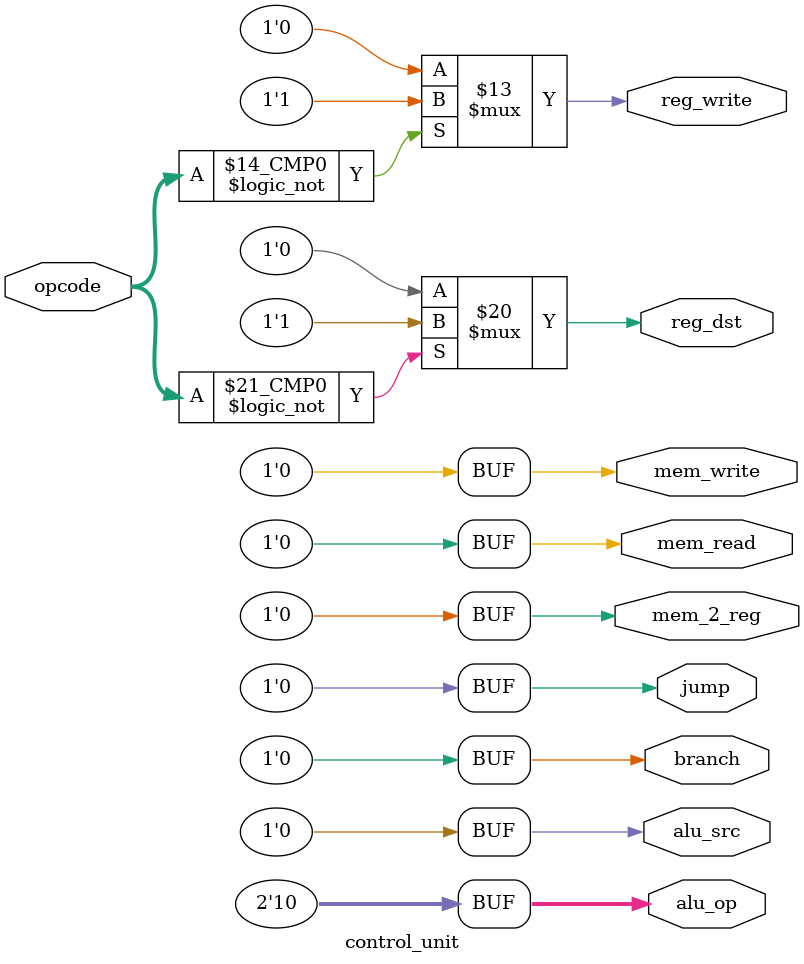
<source format=v>

module control_unit(
      input  wire [5:0] opcode,
      output reg  [1:0] alu_op,
      output reg        reg_dst,
      output reg        branch,
      output reg        mem_read,
      output reg        mem_2_reg,
      output reg        mem_write,
      output reg        alu_src,
      output reg        reg_write,
      output reg        jump
   );

   //The opcode for these instructions can be found on the MIPS reference at the beginning of the textbook (Green cardboard page)
   parameter integer ALU_R      = 6'h0;
   parameter integer ADDI       = 6'h8;
   parameter integer BRANCH_EQ  = 6'h4;
   parameter integer JUMP       = 6'h2;
   parameter integer LOAD_WORD  = 6'h23;
   parameter integer STORE_WORD = 6'h2B;

   parameter [1:0] ADD_OPCODE     = 2'd0;
   parameter [1:0] SUB_OPCODE     = 2'd1;
   parameter [1:0] R_TYPE_OPCODE  = 2'd2;
  


   //The behavior of the control unit can be found in Chapter 4, Figure 4.18

   always@(*)begin

      case(opcode)
         ALU_R:begin
            reg_dst   = 1'b1;
            alu_src   = 1'b0;
            mem_2_reg = 1'b0;
            reg_write = 1'b1;
            mem_read  = 1'b0;
            mem_write = 1'b0;
            branch    = 1'b0;
            alu_op    = R_TYPE_OPCODE;
            jump      = 1'b0;
         end
    
	// Declare the control signals for each one of the instructions
	
         default:begin
            reg_dst   = 1'b0; 
            alu_src   = 1'b0;
            mem_2_reg = 1'b0;
            reg_write = 1'b0;
            mem_read  = 1'b0;
            mem_write = 1'b0;
            branch    = 1'b0;
            alu_op    = R_TYPE_OPCODE;
            jump      = 1'b0;
         end
      endcase
   end

endmodule




</source>
